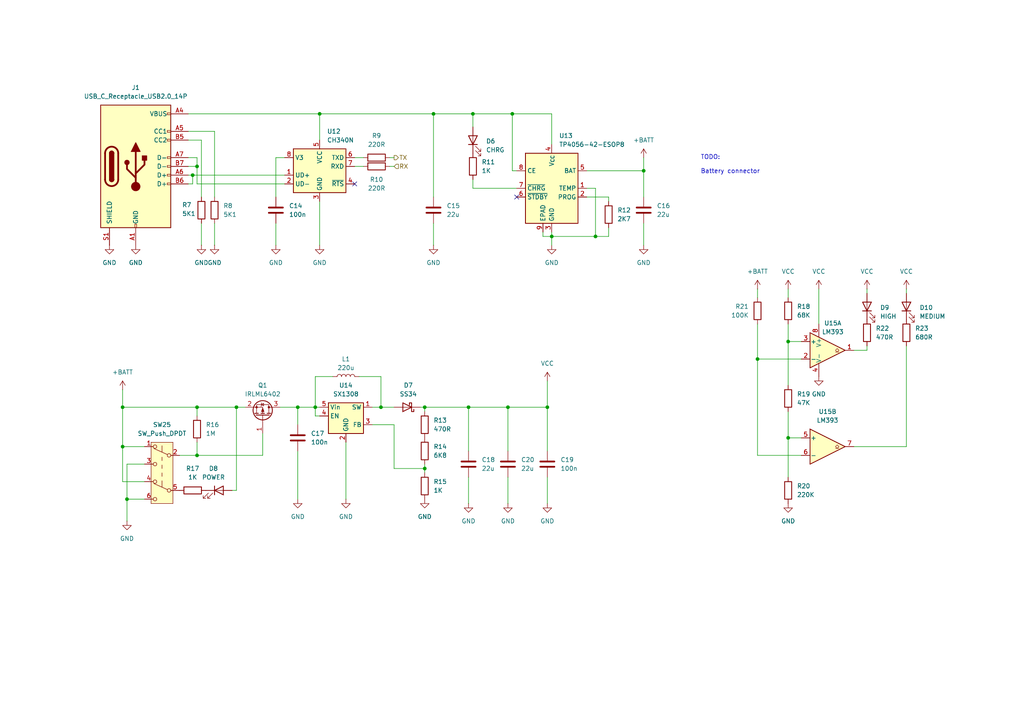
<source format=kicad_sch>
(kicad_sch (version 20250114) (generator "eeschema") (generator_version "9.0")
  (paper "A4")
  (title_block (title "USB and power management") (date "2025-10-14") (rev "A") (company "A.K."))
  (lib_symbols
    (symbol "Battery_Management:TP4056-42-ESOP8"
      (property "Reference" "U" (at -6.604 11.684 0))
      (property "Value" "TP4056-42-ESOP8" (at 10.16 11.684 0))
      (symbol "TP4056-42-ESOP8_1_0"
        (pin input line (at -10.16 5.08 0) (length 2.54) (name "CE") (number "8"))
        (pin open_collector line (at -10.16 0 0) (length 2.54) (name "~{CHRG}") (number "7"))
        (pin open_collector line (at -10.16 -2.54 0) (length 2.54) (name "~{STDBY}") (number "6"))
        (pin passive line (at -2.54 -12.7 90) (length 2.54) (name "EPAD") (number "9"))
        (pin power_in line (at 0 12.7 270) (length 2.54) (name "V_{CC}") (number "4"))
        (pin power_in line (at 0 -12.7 90) (length 2.54) (name "GND") (number "3"))
        (pin power_out line (at 10.16 5.08 180) (length 2.54) (name "BAT") (number "5"))
        (pin input line (at 10.16 0 180) (length 2.54) (name "TEMP") (number "1"))
        (pin passive line (at 10.16 -2.54 180) (length 2.54) (name "PROG") (number "2"))
      )
      (symbol "TP4056-42-ESOP8_1_1"
        (rectangle (start -7.62 10.16) (end 7.62 -10.16) (stroke (width 0.254)) (fill (type background)))
      )
    )
    (symbol "Comparator:LM393" (pin_names (offset 0.127))
      (property "Reference" "U" (at 3.81 3.81 0))
      (property "Value" "LM393" (at 6.35 -3.81 0))
      (symbol "LM393_1_1"
        (polyline (pts (xy -5.08 5.08) (xy 5.08 0) (xy -5.08 -5.08) (xy -5.08 5.08)) (stroke (width 0.254)) (fill (type background)))
        (polyline (pts (xy 3.302 -0.508) (xy 2.794 -0.508) (xy 3.302 0) (xy 2.794 0.508) (xy 2.286 0) (xy 2.794 -0.508) (xy 2.286 -0.508)) (stroke (width 0.127)))
        (pin input line (at -7.62 2.54 0) (length 2.54) (name "+") (number "3"))
        (pin input line (at -7.62 -2.54 0) (length 2.54) (name "-") (number "2"))
        (pin open_collector line (at 7.62 0 180) (length 2.54) (name "~") (number "1"))
      )
      (symbol "LM393_2_1"
        (polyline (pts (xy -5.08 5.08) (xy 5.08 0) (xy -5.08 -5.08) (xy -5.08 5.08)) (stroke (width 0.254)) (fill (type background)))
        (polyline (pts (xy 3.302 -0.508) (xy 2.794 -0.508) (xy 3.302 0) (xy 2.794 0.508) (xy 2.286 0) (xy 2.794 -0.508) (xy 2.286 -0.508)) (stroke (width 0.127)))
        (pin input line (at -7.62 2.54 0) (length 2.54) (name "+") (number "5"))
        (pin input line (at -7.62 -2.54 0) (length 2.54) (name "-") (number "6"))
        (pin open_collector line (at 7.62 0 180) (length 2.54) (name "~") (number "7"))
      )
      (symbol "LM393_3_1"
        (pin power_in line (at -2.54 7.62 270) (length 3.81) (name "V+") (number "8"))
        (pin power_in line (at -2.54 -7.62 90) (length 3.81) (name "V-") (number "4"))
      )
    )
    (symbol "Connector:USB_C_Receptacle_USB2.0_14P" (pin_names (offset 1.016))
      (property "Reference" "J" (at 0 22.225 0))
      (property "Value" "USB_C_Receptacle_USB2.0_14P" (at 0 19.685 0))
      (symbol "USB_C_Receptacle_USB2.0_14P_0_0"
        (rectangle (start -0.254 -17.78) (end 0.254 -16.764))
        (rectangle (start 10.16 15.494) (end 9.144 14.986))
        (rectangle (start 10.16 10.414) (end 9.144 9.906))
        (rectangle (start 10.16 7.874) (end 9.144 7.366))
        (rectangle (start 10.16 2.794) (end 9.144 2.286))
        (rectangle (start 10.16 0.254) (end 9.144 -0.254))
        (rectangle (start 10.16 -2.286) (end 9.144 -2.794))
        (rectangle (start 10.16 -4.826) (end 9.144 -5.334))
      )
      (symbol "USB_C_Receptacle_USB2.0_14P_0_1"
        (rectangle (start -10.16 17.78) (end 10.16 -17.78) (stroke (width 0.254)) (fill (type background)))
        (polyline (pts (xy -8.89 -3.81) (xy -8.89 3.81)) (stroke (width 0.508)))
        (rectangle (start -7.62 -3.81) (end -6.35 3.81) (stroke (width 0.254)) (fill (type outline)))
        (arc (start -7.62 3.81) (mid -6.985 4.4423) (end -6.35 3.81) (stroke (width 0.254)))
        (arc (start -7.62 3.81) (mid -6.985 4.4423) (end -6.35 3.81) (stroke (width 0.254)) (fill (type outline)))
        (arc (start -8.89 3.81) (mid -6.985 5.7067) (end -5.08 3.81) (stroke (width 0.508)))
        (arc (start -5.08 -3.81) (mid -6.985 -5.7067) (end -8.89 -3.81) (stroke (width 0.508)))
        (arc (start -6.35 -3.81) (mid -6.985 -4.4423) (end -7.62 -3.81) (stroke (width 0.254)))
        (arc (start -6.35 -3.81) (mid -6.985 -4.4423) (end -7.62 -3.81) (stroke (width 0.254)) (fill (type outline)))
        (polyline (pts (xy -5.08 3.81) (xy -5.08 -3.81)) (stroke (width 0.508)))
        (circle (center -2.54 1.143) (radius 0.635) (stroke (width 0.254)) (fill (type outline)))
        (polyline (pts (xy -1.27 4.318) (xy 0 6.858) (xy 1.27 4.318) (xy -1.27 4.318)) (stroke (width 0.254)) (fill (type outline)))
        (polyline (pts (xy 0 -2.032) (xy 2.54 0.508) (xy 2.54 1.778)) (stroke (width 0.508)))
        (polyline (pts (xy 0 -3.302) (xy -2.54 -0.762) (xy -2.54 0.508)) (stroke (width 0.508)))
        (polyline (pts (xy 0 -5.842) (xy 0 4.318)) (stroke (width 0.508)))
        (circle (center 0 -5.842) (radius 1.27) (fill (type outline)))
        (rectangle (start 1.905 1.778) (end 3.175 3.048) (stroke (width 0.254)) (fill (type outline)))
      )
      (symbol "USB_C_Receptacle_USB2.0_14P_1_1"
        (pin passive line (at -7.62 -22.86 90) (length 5.08) (name "SHIELD") (number "S1"))
        (pin passive line (at 0 -22.86 90) (length 5.08) (name "GND") (number "A1"))
        (pin passive line (at 0 -22.86 90) (length 5.08) (hide yes) (name "GND") (number "A12"))
        (pin passive line (at 0 -22.86 90) (length 5.08) (hide yes) (name "GND") (number "B1"))
        (pin passive line (at 0 -22.86 90) (length 5.08) (hide yes) (name "GND") (number "B12"))
        (pin passive line (at 15.24 15.24 180) (length 5.08) (name "VBUS") (number "A4"))
        (pin passive line (at 15.24 15.24 180) (length 5.08) (hide yes) (name "VBUS") (number "A9"))
        (pin passive line (at 15.24 15.24 180) (length 5.08) (hide yes) (name "VBUS") (number "B4"))
        (pin passive line (at 15.24 15.24 180) (length 5.08) (hide yes) (name "VBUS") (number "B9"))
        (pin bidirectional line (at 15.24 10.16 180) (length 5.08) (name "CC1") (number "A5"))
        (pin bidirectional line (at 15.24 7.62 180) (length 5.08) (name "CC2") (number "B5"))
        (pin bidirectional line (at 15.24 2.54 180) (length 5.08) (name "D-") (number "A7"))
        (pin bidirectional line (at 15.24 0 180) (length 5.08) (name "D-") (number "B7"))
        (pin bidirectional line (at 15.24 -2.54 180) (length 5.08) (name "D+") (number "A6"))
        (pin bidirectional line (at 15.24 -5.08 180) (length 5.08) (name "D+") (number "B6"))
      )
    )
    (symbol "Device:C" (pin_numbers (hide yes)) (pin_names (offset 0.254))
      (property "Reference" "C" (at 0.635 2.54 0))
      (property "Value" "C" (at 0.635 -2.54 0))
      (symbol "C_0_1"
        (polyline (pts (xy -2.032 0.762) (xy 2.032 0.762)) (stroke (width 0.508)))
        (polyline (pts (xy -2.032 -0.762) (xy 2.032 -0.762)) (stroke (width 0.508)))
      )
      (symbol "C_1_1"
        (pin passive line (at 0 3.81 270) (length 2.794) (name "~") (number "1"))
        (pin passive line (at 0 -3.81 90) (length 2.794) (name "~") (number "2"))
      )
    )
    (symbol "Device:D_Schottky" (pin_numbers (hide yes)) (pin_names (offset 1.016) (hide yes))
      (property "Reference" "D" (at 0 2.54 0))
      (property "Value" "D_Schottky" (at 0 -2.54 0))
      (symbol "D_Schottky_0_1"
        (polyline (pts (xy -1.905 0.635) (xy -1.905 1.27) (xy -1.27 1.27) (xy -1.27 -1.27) (xy -0.635 -1.27) (xy -0.635 -0.635)) (stroke (width 0.254)))
        (polyline (pts (xy 1.27 1.27) (xy 1.27 -1.27) (xy -1.27 0) (xy 1.27 1.27)) (stroke (width 0.254)))
        (polyline (pts (xy 1.27 0) (xy -1.27 0)))
      )
      (symbol "D_Schottky_1_1"
        (pin passive line (at -3.81 0 0) (length 2.54) (name "K") (number "1"))
        (pin passive line (at 3.81 0 180) (length 2.54) (name "A") (number "2"))
      )
    )
    (symbol "Device:L" (pin_numbers (hide yes)) (pin_names (offset 1.016) (hide yes))
      (property "Reference" "L" (at -1.27 0 90))
      (property "Value" "L" (at 1.905 0 90))
      (symbol "L_0_1"
        (arc (start 0 2.54) (mid 0.6323 1.905) (end 0 1.27))
        (arc (start 0 1.27) (mid 0.6323 0.635) (end 0 0))
        (arc (start 0 0) (mid 0.6323 -0.635) (end 0 -1.27))
        (arc (start 0 -1.27) (mid 0.6323 -1.905) (end 0 -2.54))
      )
      (symbol "L_1_1"
        (pin passive line (at 0 3.81 270) (length 1.27) (name "1") (number "1"))
        (pin passive line (at 0 -3.81 90) (length 1.27) (name "2") (number "2"))
      )
    )
    (symbol "Device:LED" (pin_numbers (hide yes)) (pin_names (offset 1.016) (hide yes))
      (property "Reference" "D" (at 0 2.54 0))
      (property "Value" "LED" (at 0 -2.54 0))
      (symbol "LED_0_1"
        (polyline (pts (xy -3.048 -0.762) (xy -4.572 -2.286) (xy -3.81 -2.286) (xy -4.572 -2.286) (xy -4.572 -1.524)))
        (polyline (pts (xy -1.778 -0.762) (xy -3.302 -2.286) (xy -2.54 -2.286) (xy -3.302 -2.286) (xy -3.302 -1.524)))
        (polyline (pts (xy -1.27 0) (xy 1.27 0)))
        (polyline (pts (xy -1.27 -1.27) (xy -1.27 1.27)) (stroke (width 0.254)))
        (polyline (pts (xy 1.27 -1.27) (xy 1.27 1.27) (xy -1.27 0) (xy 1.27 -1.27)) (stroke (width 0.254)))
      )
      (symbol "LED_1_1"
        (pin passive line (at -3.81 0 0) (length 2.54) (name "K") (number "1"))
        (pin passive line (at 3.81 0 180) (length 2.54) (name "A") (number "2"))
      )
    )
    (symbol "Device:R" (pin_numbers (hide yes)) (pin_names (offset 0))
      (property "Reference" "R" (at 2.032 0 90))
      (property "Value" "R" (at 0 0 90))
      (symbol "R_0_1"
        (rectangle (start -1.016 -2.54) (end 1.016 2.54) (stroke (width 0.254)))
      )
      (symbol "R_1_1"
        (pin passive line (at 0 3.81 270) (length 1.27) (name "~") (number "1"))
        (pin passive line (at 0 -3.81 90) (length 1.27) (name "~") (number "2"))
      )
    )
    (symbol "Interface_USB:CH340N"
      (property "Reference" "U" (at -7.62 6.35 0))
      (property "Value" "CH340N" (at 7.62 6.35 0))
      (symbol "CH340N_0_1"
        (rectangle (start -7.62 5.08) (end 7.62 -7.62) (stroke (width 0.254)) (fill (type background)))
      )
      (symbol "CH340N_1_1"
        (pin passive line (at -10.16 2.54 0) (length 2.54) (name "V3") (number "8"))
        (pin bidirectional line (at -10.16 -2.54 0) (length 2.54) (name "UD+") (number "1"))
        (pin bidirectional line (at -10.16 -5.08 0) (length 2.54) (name "UD-") (number "2"))
        (pin power_in line (at 0 7.62 270) (length 2.54) (name "VCC") (number "5"))
        (pin power_in line (at 0 -10.16 90) (length 2.54) (name "GND") (number "3"))
        (pin output line (at 10.16 2.54 180) (length 2.54) (name "TXD") (number "6"))
        (pin input line (at 10.16 0 180) (length 2.54) (name "RXD") (number "7"))
        (pin output line (at 10.16 -5.08 180) (length 2.54) (name "~{RTS}") (number "4"))
      )
    )
    (symbol "Regulator_Switching:ADP2108AUJ-3.3"
      (property "Reference" "U14" (at 0 8.89 0))
      (property "Value" "SX1308" (at 0 6.35 0))
      (symbol "ADP2108AUJ-3.3_0_1"
        (rectangle (start -5.08 3.81) (end 5.08 -5.08) (stroke (width 0.254)) (fill (type background)))
      )
      (symbol "ADP2108AUJ-3.3_1_1"
        (pin power_in line (at -7.62 2.54 0) (length 2.54) (name "Vin") (number "5"))
        (pin input line (at -7.62 0 0) (length 2.54) (name "EN") (number "4"))
        (pin power_in line (at 0 -7.62 90) (length 2.54) (name "GND") (number "2"))
        (pin input line (at 7.62 2.54 180) (length 2.54) (name "SW") (number "1"))
        (pin input line (at 7.62 -2.54 180) (length 2.54) (name "FB") (number "3"))
      )
    )
    (symbol "Switch:SW_Push_DPDT" (pin_names (offset 0) (hide yes))
      (property "Reference" "SW" (at 0 10.16 0))
      (property "Value" "SW_Push_DPDT" (at 0 -10.16 0))
      (symbol "SW_Push_DPDT_0_0"
        (circle (center -2.032 5.08) (radius 0.508))
        (circle (center -2.032 -5.08) (radius 0.508))
        (circle (center 2.032 2.54) (radius 0.508))
        (circle (center 2.032 -7.62) (radius 0.508))
      )
      (symbol "SW_Push_DPDT_0_1"
        (polyline (pts (xy -1.524 5.334) (xy 2.3368 7.0612)))
        (polyline (pts (xy -1.524 -4.826) (xy 2.3368 -3.0988)))
        (polyline (pts (xy 0 7.874) (xy 0 6.096)))
        (polyline (pts (xy 0 3.556) (xy 0 4.572)))
        (polyline (pts (xy 0 1.27) (xy 0 2.286)))
        (polyline (pts (xy 0 -1.016) (xy 0 0)))
        (polyline (pts (xy 0 -2.286) (xy 0 -4.064)))
        (circle (center 2.032 7.62) (radius 0.508))
        (circle (center 2.032 -2.54) (radius 0.508))
      )
      (symbol "SW_Push_DPDT_1_1"
        (rectangle (start -3.175 8.89) (end 3.175 -8.89) (fill (type background)))
        (pin passive line (at -5.08 5.08 0) (length 2.54) (name "B") (number "2"))
        (pin passive line (at -5.08 -5.08 0) (length 2.54) (name "B") (number "5"))
        (pin passive line (at 5.08 7.62 180) (length 2.54) (name "A") (number "1"))
        (pin passive line (at 5.08 2.54 180) (length 2.54) (name "C") (number "3"))
        (pin passive line (at 5.08 -2.54 180) (length 2.54) (name "A") (number "4"))
        (pin passive line (at 5.08 -7.62 180) (length 2.54) (name "C") (number "6"))
      )
    )
    (symbol "Transistor_FET:IRLML6402" (pin_names (hide yes))
      (property "Reference" "Q" (at 5.08 1.905 0))
      (property "Value" "IRLML6402" (at 5.08 0 0))
      (symbol "IRLML6402_0_1"
        (polyline (pts (xy 0.254 1.905) (xy 0.254 -1.905)) (stroke (width 0.254)))
        (polyline (pts (xy 0.254 0) (xy -2.54 0)))
        (polyline (pts (xy 0.762 2.286) (xy 0.762 1.27)) (stroke (width 0.254)))
        (polyline (pts (xy 0.762 1.778) (xy 3.302 1.778) (xy 3.302 -1.778) (xy 0.762 -1.778)))
        (polyline (pts (xy 0.762 0.508) (xy 0.762 -0.508)) (stroke (width 0.254)))
        (polyline (pts (xy 0.762 -1.27) (xy 0.762 -2.286)) (stroke (width 0.254)))
        (circle (center 1.651 0) (radius 2.794) (stroke (width 0.254)))
        (polyline (pts (xy 2.286 0) (xy 1.27 0.381) (xy 1.27 -0.381) (xy 2.286 0)) (fill (type outline)))
        (polyline (pts (xy 2.54 2.54) (xy 2.54 1.778)))
        (circle (center 2.54 1.778) (radius 0.254) (fill (type outline)))
        (circle (center 2.54 -1.778) (radius 0.254) (fill (type outline)))
        (polyline (pts (xy 2.54 -2.54) (xy 2.54 0) (xy 0.762 0)))
        (polyline (pts (xy 2.794 -0.508) (xy 2.921 -0.381) (xy 3.683 -0.381) (xy 3.81 -0.254)))
        (polyline (pts (xy 3.302 -0.381) (xy 2.921 0.254) (xy 3.683 0.254) (xy 3.302 -0.381)))
      )
      (symbol "IRLML6402_1_1"
        (pin input line (at -5.08 0 0) (length 2.54) (name "G") (number "1"))
        (pin passive line (at 2.54 5.08 270) (length 2.54) (name "D") (number "3"))
        (pin passive line (at 2.54 -5.08 90) (length 2.54) (name "S") (number "2"))
      )
    )
    (symbol "power:+BATT" (power) (pin_numbers (hide yes)) (pin_names (offset 0) (hide yes))
      (property "Value" "+BATT" (at 0 3.556 0))
      (symbol "+BATT_0_1"
        (polyline (pts (xy -0.762 1.27) (xy 0 2.54)))
        (polyline (pts (xy 0 2.54) (xy 0.762 1.27)))
        (polyline (pts (xy 0 0) (xy 0 2.54)))
      )
      (symbol "+BATT_1_1"
        (pin power_in line (at 0 0 90) (length 0) (name "~") (number "1"))
      )
    )
    (symbol "power:GND" (power) (pin_numbers (hide yes)) (pin_names (offset 0) (hide yes))
      (property "Value" "GND" (at 0 -3.81 0))
      (symbol "GND_0_1"
        (polyline (pts (xy 0 0) (xy 0 -1.27) (xy 1.27 -1.27) (xy 0 -2.54) (xy -1.27 -1.27) (xy 0 -1.27)))
      )
      (symbol "GND_1_1"
        (pin power_in line (at 0 0 270) (length 0) (name "~") (number "1"))
      )
    )
    (symbol "power:VCC" (power) (pin_numbers (hide yes)) (pin_names (offset 0) (hide yes))
      (property "Value" "VCC" (at 0 3.556 0))
      (symbol "VCC_0_1"
        (polyline (pts (xy -0.762 1.27) (xy 0 2.54)))
        (polyline (pts (xy 0 2.54) (xy 0.762 1.27)))
        (polyline (pts (xy 0 0) (xy 0 2.54)))
      )
      (symbol "VCC_1_1"
        (pin power_in line (at 0 0 90) (length 0) (name "~") (number "1"))
      )
    )
  )
  (text "TODO:\n\nBattery connector" (at 203.2 47.752 0) (effects (font (size 1.27 1.27)) (justify left)))
  (junction (at 36.83 144.78))
  (junction (at 137.16 33.02))
  (junction (at 57.15 48.26))
  (junction (at 110.49 118.11))
  (junction (at 57.15 132.08))
  (junction (at 228.6 99.06))
  (junction (at 91.44 118.11))
  (junction (at 125.73 33.02))
  (junction (at 147.32 118.11))
  (junction (at 186.69 49.53))
  (junction (at 68.58 118.11))
  (junction (at 228.6 127))
  (junction (at 57.15 118.11))
  (junction (at 172.72 68.58))
  (junction (at 123.19 135.89))
  (junction (at 123.19 118.11))
  (junction (at 92.71 33.02))
  (junction (at 35.56 118.11))
  (junction (at 86.36 118.11))
  (junction (at 35.56 129.54))
  (junction (at 158.75 118.11))
  (junction (at 148.59 33.02))
  (junction (at 219.71 104.14))
  (junction (at 135.89 118.11))
  (junction (at 55.88 50.8))
  (junction (at 160.02 68.58))
  (no_connect (at 149.86 57.15))
  (no_connect (at 102.87 53.34))
  (wire (pts (xy 36.83 144.78) (xy 36.83 134.62)))
  (wire (pts (xy 35.56 129.54) (xy 35.56 118.11)))
  (wire (pts (xy 160.02 68.58) (xy 172.72 68.58)))
  (wire (pts (xy 219.71 104.14) (xy 232.41 104.14)))
  (wire (pts (xy 149.86 49.53) (xy 148.59 49.53)))
  (wire (pts (xy 92.71 118.11) (xy 91.44 118.11)))
  (wire (pts (xy 91.44 120.65) (xy 91.44 118.11)))
  (wire (pts (xy 228.6 93.98) (xy 228.6 99.06)))
  (wire (pts (xy 137.16 33.02) (xy 148.59 33.02)))
  (wire (pts (xy 247.65 101.6) (xy 251.46 101.6)))
  (wire (pts (xy 36.83 144.78) (xy 41.91 144.78)))
  (wire (pts (xy 92.71 120.65) (xy 91.44 120.65)))
  (wire (pts (xy 92.71 33.02) (xy 92.71 40.64)))
  (wire (pts (xy 91.44 118.11) (xy 86.36 118.11)))
  (wire (pts (xy 102.87 45.72) (xy 105.41 45.72)))
  (wire (pts (xy 58.42 57.15) (xy 58.42 40.64)))
  (wire (pts (xy 251.46 101.6) (xy 251.46 100.33)))
  (wire (pts (xy 80.01 64.77) (xy 80.01 71.12)))
  (wire (pts (xy 123.19 135.89) (xy 114.3 135.89)))
  (wire (pts (xy 135.89 138.43) (xy 135.89 146.05)))
  (wire (pts (xy 219.71 132.08) (xy 219.71 104.14)))
  (wire (pts (xy 251.46 83.82) (xy 251.46 85.09)))
  (wire (pts (xy 54.61 40.64) (xy 58.42 40.64)))
  (wire (pts (xy 158.75 138.43) (xy 158.75 146.05)))
  (wire (pts (xy 80.01 57.15) (xy 80.01 45.72)))
  (wire (pts (xy 114.3 45.72) (xy 113.03 45.72)))
  (wire (pts (xy 123.19 134.62) (xy 123.19 135.89)))
  (wire (pts (xy 100.33 128.27) (xy 100.33 144.78)))
  (wire (pts (xy 135.89 118.11) (xy 147.32 118.11)))
  (wire (pts (xy 52.07 132.08) (xy 57.15 132.08)))
  (wire (pts (xy 125.73 64.77) (xy 125.73 71.12)))
  (wire (pts (xy 41.91 139.7) (xy 35.56 139.7)))
  (wire (pts (xy 57.15 53.34) (xy 82.55 53.34)))
  (wire (pts (xy 137.16 54.61) (xy 137.16 52.07)))
  (wire (pts (xy 114.3 135.89) (xy 114.3 123.19)))
  (wire (pts (xy 219.71 93.98) (xy 219.71 104.14)))
  (wire (pts (xy 147.32 118.11) (xy 158.75 118.11)))
  (wire (pts (xy 57.15 132.08) (xy 76.2 132.08)))
  (wire (pts (xy 125.73 33.02) (xy 125.73 57.15)))
  (wire (pts (xy 54.61 53.34) (xy 55.88 53.34)))
  (wire (pts (xy 102.87 48.26) (xy 105.41 48.26)))
  (wire (pts (xy 55.88 50.8) (xy 82.55 50.8)))
  (wire (pts (xy 148.59 49.53) (xy 148.59 33.02)))
  (wire (pts (xy 57.15 45.72) (xy 57.15 48.26)))
  (wire (pts (xy 232.41 132.08) (xy 219.71 132.08)))
  (wire (pts (xy 104.14 109.22) (xy 110.49 109.22)))
  (wire (pts (xy 172.72 68.58) (xy 176.53 68.58)))
  (wire (pts (xy 57.15 128.27) (xy 57.15 132.08)))
  (wire (pts (xy 186.69 64.77) (xy 186.69 71.12)))
  (wire (pts (xy 125.73 33.02) (xy 137.16 33.02)))
  (wire (pts (xy 62.23 38.1) (xy 54.61 38.1)))
  (wire (pts (xy 54.61 48.26) (xy 57.15 48.26)))
  (wire (pts (xy 228.6 127) (xy 232.41 127)))
  (wire (pts (xy 135.89 118.11) (xy 135.89 130.81)))
  (wire (pts (xy 68.58 142.24) (xy 68.58 118.11)))
  (wire (pts (xy 262.89 129.54) (xy 262.89 100.33)))
  (wire (pts (xy 76.2 132.08) (xy 76.2 125.73)))
  (wire (pts (xy 247.65 129.54) (xy 262.89 129.54)))
  (wire (pts (xy 176.53 57.15) (xy 176.53 58.42)))
  (wire (pts (xy 160.02 68.58) (xy 157.48 68.58)))
  (wire (pts (xy 160.02 68.58) (xy 160.02 71.12)))
  (wire (pts (xy 149.86 54.61) (xy 137.16 54.61)))
  (wire (pts (xy 121.92 118.11) (xy 123.19 118.11)))
  (wire (pts (xy 147.32 118.11) (xy 147.32 130.81)))
  (wire (pts (xy 186.69 45.72) (xy 186.69 49.53)))
  (wire (pts (xy 91.44 109.22) (xy 91.44 118.11)))
  (wire (pts (xy 148.59 33.02) (xy 160.02 33.02)))
  (wire (pts (xy 262.89 83.82) (xy 262.89 85.09)))
  (wire (pts (xy 54.61 33.02) (xy 92.71 33.02)))
  (wire (pts (xy 123.19 135.89) (xy 123.19 137.16)))
  (wire (pts (xy 110.49 118.11) (xy 114.3 118.11)))
  (wire (pts (xy 228.6 119.38) (xy 228.6 127)))
  (wire (pts (xy 68.58 118.11) (xy 71.12 118.11)))
  (wire (pts (xy 80.01 45.72) (xy 82.55 45.72)))
  (wire (pts (xy 176.53 68.58) (xy 176.53 66.04)))
  (wire (pts (xy 36.83 134.62) (xy 41.91 134.62)))
  (wire (pts (xy 86.36 118.11) (xy 86.36 123.19)))
  (wire (pts (xy 35.56 118.11) (xy 57.15 118.11)))
  (wire (pts (xy 228.6 127) (xy 228.6 138.43)))
  (wire (pts (xy 219.71 83.82) (xy 219.71 86.36)))
  (wire (pts (xy 147.32 138.43) (xy 147.32 146.05)))
  (wire (pts (xy 41.91 129.54) (xy 35.56 129.54)))
  (wire (pts (xy 137.16 33.02) (xy 137.16 36.83)))
  (wire (pts (xy 35.56 139.7) (xy 35.56 129.54)))
  (wire (pts (xy 54.61 50.8) (xy 55.88 50.8)))
  (wire (pts (xy 237.49 83.82) (xy 237.49 93.98)))
  (wire (pts (xy 186.69 57.15) (xy 186.69 49.53)))
  (wire (pts (xy 157.48 68.58) (xy 157.48 67.31)))
  (wire (pts (xy 228.6 83.82) (xy 228.6 86.36)))
  (wire (pts (xy 123.19 118.11) (xy 123.19 119.38)))
  (wire (pts (xy 86.36 130.81) (xy 86.36 144.78)))
  (wire (pts (xy 62.23 64.77) (xy 62.23 71.12)))
  (wire (pts (xy 62.23 57.15) (xy 62.23 38.1)))
  (wire (pts (xy 158.75 110.49) (xy 158.75 118.11)))
  (wire (pts (xy 172.72 54.61) (xy 170.18 54.61)))
  (wire (pts (xy 228.6 99.06) (xy 232.41 99.06)))
  (wire (pts (xy 54.61 45.72) (xy 57.15 45.72)))
  (wire (pts (xy 160.02 67.31) (xy 160.02 68.58)))
  (wire (pts (xy 67.31 142.24) (xy 68.58 142.24)))
  (wire (pts (xy 36.83 151.13) (xy 36.83 144.78)))
  (wire (pts (xy 92.71 58.42) (xy 92.71 71.12)))
  (wire (pts (xy 228.6 99.06) (xy 228.6 111.76)))
  (wire (pts (xy 57.15 118.11) (xy 57.15 120.65)))
  (wire (pts (xy 160.02 33.02) (xy 160.02 41.91)))
  (wire (pts (xy 92.71 33.02) (xy 125.73 33.02)))
  (wire (pts (xy 55.88 53.34) (xy 55.88 50.8)))
  (wire (pts (xy 123.19 118.11) (xy 135.89 118.11)))
  (wire (pts (xy 58.42 64.77) (xy 58.42 71.12)))
  (wire (pts (xy 96.52 109.22) (xy 91.44 109.22)))
  (wire (pts (xy 110.49 118.11) (xy 107.95 118.11)))
  (wire (pts (xy 110.49 109.22) (xy 110.49 118.11)))
  (wire (pts (xy 57.15 48.26) (xy 57.15 53.34)))
  (wire (pts (xy 114.3 48.26) (xy 113.03 48.26)))
  (wire (pts (xy 81.28 118.11) (xy 86.36 118.11)))
  (wire (pts (xy 186.69 49.53) (xy 170.18 49.53)))
  (wire (pts (xy 172.72 68.58) (xy 172.72 54.61)))
  (wire (pts (xy 114.3 123.19) (xy 107.95 123.19)))
  (wire (pts (xy 35.56 118.11) (xy 35.56 113.03)))
  (wire (pts (xy 170.18 57.15) (xy 176.53 57.15)))
  (wire (pts (xy 57.15 118.11) (xy 68.58 118.11)))
  (wire (pts (xy 158.75 118.11) (xy 158.75 130.81)))
  (hierarchical_label "TX" (shape output) (at 114.3 45.72 0))
  (hierarchical_label "RX" (shape input) (at 114.3 48.26 0))
  (symbol (lib_id "Device:C") (at 135.89 134.62 0) (unit 1)
    (property "Reference" "C18" (at 139.7 133.3499 0) (effects (justify left)))
    (property "Value" "22u" (at 139.7 135.8899 0) (effects (justify left)))
    (property "Footprint" "Capacitor_SMD:C_0805_2012Metric" (effects (hide yes)))
    (property "Description" "Unpolarized capacitor" (effects (hide yes)))
  )
  (symbol (lib_id "power:GND") (at 86.36 144.78 0) (unit 1)
    (property "Reference" "#PWR069" (effects (hide yes)))
    (property "Value" "GND" (at 86.36 149.86 0))
    (property "Description" "Power symbol creates a global label with name \"GND\" , ground" (effects (hide yes)))
  )
  (symbol (lib_id "Device:R") (at 176.53 62.23 0) (unit 1)
    (property "Reference" "R12" (at 179.07 60.9599 0) (effects (justify left)))
    (property "Value" "2K7" (at 179.07 63.4999 0) (effects (justify left)))
    (property "Footprint" "Resistor_SMD:R_0805_2012Metric" (effects (hide yes)))
    (property "Description" "Resistor" (effects (hide yes)))
  )
  (symbol (lib_id "Device:R") (at 123.19 140.97 0) (unit 1)
    (property "Reference" "R15" (at 125.73 139.6999 0) (effects (justify left)))
    (property "Value" "1K" (at 125.73 142.2399 0) (effects (justify left)))
    (property "Footprint" "Resistor_SMD:R_0805_2012Metric" (effects (hide yes)))
    (property "Description" "Resistor" (effects (hide yes)))
  )
  (symbol (lib_id "power:GND") (at 62.23 71.12 0) (unit 1)
    (property "Reference" "#PWR062" (effects (hide yes)))
    (property "Value" "GND" (at 62.23 76.2 0))
    (property "Description" "Power symbol creates a global label with name \"GND\" , ground" (effects (hide yes)))
  )
  (symbol (lib_id "Comparator:LM393") (at 240.03 129.54 0) (unit 2)
    (property "Reference" "U15" (at 240.03 119.38 0))
    (property "Value" "LM393" (at 240.03 121.92 0))
    (property "Footprint" "Package_SO:SOIC-8_3.9x4.9mm_P1.27mm" (effects (hide yes)))
    (property "Datasheet" "http://www.ti.com/lit/ds/symlink/lm393.pdf" (effects (hide yes)))
    (property "Description" "Low-Power, Low-Offset Voltage, Dual Comparators, DIP-8/SOIC-8/TO-99-8" (effects (hide yes)))
  )
  (symbol (lib_id "Device:LED") (at 63.5 142.24 0) (unit 1)
    (property "Reference" "D8" (at 61.9125 135.89 0))
    (property "Value" "POWER" (at 61.9125 138.43 0))
    (property "Footprint" "LED_SMD:LED_0805_2012Metric" (effects (hide yes)))
    (property "Description" "Light emitting diode" (effects (hide yes)))
    (property "Sim.Pins" "1=K 2=A" (effects (hide yes)))
  )
  (symbol (lib_id "Interface_USB:CH340N") (at 92.71 48.26 0) (unit 1)
    (property "Reference" "U12" (at 94.8533 38.1 0) (effects (justify left)))
    (property "Value" "CH340N" (at 94.8533 40.64 0) (effects (justify left)))
    (property "Footprint" "Package_SO:SOP-8_3.9x4.9mm_P1.27mm" (effects (hide yes)))
    (property "Datasheet" "https://aitendo3.sakura.ne.jp/aitendo_data/product_img/ic/inteface/CH340N/ch340n.pdf" (effects (hide yes)))
    (property "Description" "USB serial converter, 2Mbps, UART, SOP-8" (effects (hide yes)))
  )
  (symbol (lib_id "power:GND") (at 31.75 71.12 0) (unit 1)
    (property "Reference" "#PWR059" (effects (hide yes)))
    (property "Value" "GND" (at 31.75 76.2 0))
    (property "Description" "Power symbol creates a global label with name \"GND\" , ground" (effects (hide yes)))
  )
  (symbol (lib_id "Device:R") (at 228.6 90.17 0) (unit 1)
    (property "Reference" "R18" (at 231.14 88.8999 0) (effects (justify left)))
    (property "Value" "68K" (at 231.14 91.4399 0) (effects (justify left)))
    (property "Footprint" "Resistor_SMD:R_0805_2012Metric" (effects (hide yes)))
    (property "Description" "Resistor" (effects (hide yes)))
  )
  (symbol (lib_id "power:+BATT") (at 35.56 113.03 0) (unit 1)
    (property "Reference" "#PWR075" (effects (hide yes)))
    (property "Value" "+BATT" (at 35.56 107.95 0))
    (property "Description" "Power symbol creates a global label with name \"+BATT\"" (effects (hide yes)))
  )
  (symbol (lib_id "Device:L") (at 100.33 109.22 90) (unit 1)
    (property "Reference" "L1" (at 100.33 104.14 90))
    (property "Value" "220u" (at 100.33 106.68 90))
    (property "Footprint" "Inductor_SMD:L_Sunlord_SWPA6040S" (effects (hide yes)))
    (property "Description" "Inductor" (effects (hide yes)))
  )
  (symbol (lib_id "Battery_Management:TP4056-42-ESOP8") (at 160.02 54.61 0) (unit 1)
    (property "Reference" "U13" (at 162.1633 39.37 0) (effects (justify left)))
    (property "Value" "TP4056-42-ESOP8" (at 162.1633 41.91 0) (effects (justify left)))
    (property "Footprint" "Package_SO:SOIC-8-1EP_3.9x4.9mm_P1.27mm_EP2.41x3.3mm_ThermalVias" (effects (hide yes)))
    (property "Datasheet" "https://www.lcsc.com/datasheet/lcsc_datasheet_2410121619_TOPPOWER-Nanjing-Extension-Microelectronics-TP4056-42-ESOP8_C16581.pdf" (effects (hide yes)))
    (property "Description" "1A Standalone Linear Li-ion/LiPo single-cell battery charger, 4.2V ±1% charge voltage, VCC = 4.0..8.0V, SOIC-8 (SOP-8)" (effects (hide yes)))
  )
  (symbol (lib_id "Comparator:LM393") (at 240.03 101.6 0) (unit 1)
    (property "Reference" "U15" (at 241.554 93.726 0))
    (property "Value" "LM393" (at 241.554 96.266 0))
    (property "Footprint" "Package_SO:SOIC-8_3.9x4.9mm_P1.27mm" (effects (hide yes)))
    (property "Datasheet" "http://www.ti.com/lit/ds/symlink/lm393.pdf" (effects (hide yes)))
    (property "Description" "Low-Power, Low-Offset Voltage, Dual Comparators, DIP-8/SOIC-8/TO-99-8" (effects (hide yes)))
  )
  (symbol (lib_id "Device:C") (at 158.75 134.62 0) (unit 1)
    (property "Reference" "C19" (at 162.56 133.3499 0) (effects (justify left)))
    (property "Value" "100n" (at 162.56 135.8899 0) (effects (justify left)))
    (property "Footprint" "Capacitor_SMD:C_0805_2012Metric" (effects (hide yes)))
    (property "Description" "Unpolarized capacitor" (effects (hide yes)))
  )
  (symbol (lib_id "Device:R") (at 55.88 142.24 270) (unit 1)
    (property "Reference" "R17" (at 55.88 135.89 90))
    (property "Value" "1K" (at 55.88 138.43 90))
    (property "Footprint" "Resistor_SMD:R_0805_2012Metric" (effects (hide yes)))
    (property "Description" "Resistor" (effects (hide yes)))
  )
  (symbol (lib_id "power:GND") (at 160.02 71.12 0) (unit 1)
    (property "Reference" "#PWR065" (effects (hide yes)))
    (property "Value" "GND" (at 160.02 76.2 0))
    (property "Description" "Power symbol creates a global label with name \"GND\" , ground" (effects (hide yes)))
  )
  (symbol (lib_id "Comparator:LM393") (at 240.03 101.6 0) (unit 3)
    (property "Reference" "U15" (effects (hide yes)))
    (property "Value" "LM393" (effects (hide yes)))
    (property "Footprint" "Package_SO:SOIC-8_3.9x4.9mm_P1.27mm" (effects (hide yes)))
    (property "Datasheet" "http://www.ti.com/lit/ds/symlink/lm393.pdf" (effects (hide yes)))
    (property "Description" "Low-Power, Low-Offset Voltage, Dual Comparators, DIP-8/SOIC-8/TO-99-8" (effects (hide yes)))
  )
  (symbol (lib_id "power:GND") (at 135.89 146.05 0) (unit 1)
    (property "Reference" "#PWR071" (effects (hide yes)))
    (property "Value" "GND" (at 135.89 151.13 0))
    (property "Description" "Power symbol creates a global label with name \"GND\" , ground" (effects (hide yes)))
  )
  (symbol (lib_id "Device:LED") (at 251.46 88.9 90) (unit 1)
    (property "Reference" "D9" (at 255.27 89.2174 90) (effects (justify right)))
    (property "Value" "HIGH" (at 255.27 91.7574 90) (effects (justify right)))
    (property "Footprint" "LED_SMD:LED_0805_2012Metric" (effects (hide yes)))
    (property "Description" "Light emitting diode" (effects (hide yes)))
    (property "Sim.Pins" "1=K 2=A" (effects (hide yes)))
  )
  (symbol (lib_id "power:VCC") (at 237.49 83.82 0) (unit 1)
    (property "Reference" "#PWR078" (effects (hide yes)))
    (property "Value" "VCC" (at 237.49 78.74 0))
    (property "Description" "Power symbol creates a global label with name \"VCC\"" (effects (hide yes)))
  )
  (symbol (lib_id "Device:R") (at 57.15 124.46 0) (unit 1)
    (property "Reference" "R16" (at 59.69 123.1899 0) (effects (justify left)))
    (property "Value" "1M" (at 59.69 125.7299 0) (effects (justify left)))
    (property "Footprint" "Resistor_SMD:R_0805_2012Metric" (effects (hide yes)))
    (property "Description" "Resistor" (effects (hide yes)))
  )
  (symbol (lib_id "Device:R") (at 62.23 60.96 180) (unit 1)
    (property "Reference" "R8" (at 64.77 59.6899 0) (effects (justify right)))
    (property "Value" "5K1" (at 64.77 62.2299 0) (effects (justify right)))
    (property "Footprint" "Resistor_SMD:R_0805_2012Metric" (effects (hide yes)))
    (property "Description" "Resistor" (effects (hide yes)))
  )
  (symbol (lib_id "Device:R") (at 58.42 60.96 180) (unit 1)
    (property "Reference" "R7" (at 52.832 59.436 0) (effects (justify right)))
    (property "Value" "5K1" (at 52.832 61.976 0) (effects (justify right)))
    (property "Footprint" "Resistor_SMD:R_0805_2012Metric" (effects (hide yes)))
    (property "Description" "Resistor" (effects (hide yes)))
  )
  (symbol (lib_id "Device:R") (at 123.19 123.19 0) (unit 1)
    (property "Reference" "R13" (at 125.73 121.9199 0) (effects (justify left)))
    (property "Value" "470R" (at 125.73 124.4599 0) (effects (justify left)))
    (property "Footprint" "Resistor_SMD:R_0805_2012Metric" (effects (hide yes)))
    (property "Description" "Resistor" (effects (hide yes)))
  )
  (symbol (lib_id "Regulator_Switching:ADP2108AUJ-3.3") (at 100.33 120.65 0) (unit 1)
    (property "Reference" "U14" (at 100.33 111.76 0))
    (property "Value" "SX1308" (at 100.33 114.3 0))
    (property "Footprint" "Package_TO_SOT_SMD:TSOT-23-5" (effects (hide yes)))
    (property "Datasheet" "https://www.analog.com/media/en/technical-documentation/data-sheets/ADP2108.pdf" (effects (hide yes)))
    (property "Description" "2A switching bucK regulator" (effects (hide yes)))
  )
  (symbol (lib_id "Device:R") (at 123.19 130.81 0) (unit 1)
    (property "Reference" "R14" (at 125.73 129.5399 0) (effects (justify left)))
    (property "Value" "6K8" (at 125.73 132.0799 0) (effects (justify left)))
    (property "Footprint" "Resistor_SMD:R_0805_2012Metric" (effects (hide yes)))
    (property "Description" "Resistor" (effects (hide yes)))
  )
  (symbol (lib_id "Device:R") (at 251.46 96.52 0) (unit 1)
    (property "Reference" "R22" (at 254 95.2499 0) (effects (justify left)))
    (property "Value" "470R" (at 254 97.7899 0) (effects (justify left)))
    (property "Footprint" "Resistor_SMD:R_0805_2012Metric" (effects (hide yes)))
    (property "Description" "Resistor" (effects (hide yes)))
  )
  (symbol (lib_id "power:GND") (at 58.42 71.12 0) (unit 1)
    (property "Reference" "#PWR061" (effects (hide yes)))
    (property "Value" "GND" (at 58.42 76.2 0))
    (property "Description" "Power symbol creates a global label with name \"GND\" , ground" (effects (hide yes)))
  )
  (symbol (lib_id "power:GND") (at 125.73 71.12 0) (unit 1)
    (property "Reference" "#PWR066" (effects (hide yes)))
    (property "Value" "GND" (at 125.73 76.2 0))
    (property "Description" "Power symbol creates a global label with name \"GND\" , ground" (effects (hide yes)))
  )
  (symbol (lib_id "power:GND") (at 158.75 146.05 0) (unit 1)
    (property "Reference" "#PWR073" (effects (hide yes)))
    (property "Value" "GND" (at 158.75 151.13 0))
    (property "Description" "Power symbol creates a global label with name \"GND\" , ground" (effects (hide yes)))
  )
  (symbol (lib_id "Device:R") (at 262.89 96.52 0) (unit 1)
    (property "Reference" "R23" (at 265.43 95.2499 0) (effects (justify left)))
    (property "Value" "680R" (at 265.43 97.7899 0) (effects (justify left)))
    (property "Footprint" "Resistor_SMD:R_0805_2012Metric" (effects (hide yes)))
    (property "Description" "Resistor" (effects (hide yes)))
  )
  (symbol (lib_id "power:VCC") (at 262.89 83.82 0) (unit 1)
    (property "Reference" "#PWR082" (effects (hide yes)))
    (property "Value" "VCC" (at 262.89 78.74 0))
    (property "Description" "Power symbol creates a global label with name \"VCC\"" (effects (hide yes)))
  )
  (symbol (lib_id "Device:LED") (at 137.16 40.64 90) (unit 1)
    (property "Reference" "D6" (at 140.97 40.9574 90) (effects (justify right)))
    (property "Value" "CHRG" (at 140.97 43.4974 90) (effects (justify right)))
    (property "Footprint" "LED_SMD:LED_0805_2012Metric" (effects (hide yes)))
    (property "Description" "Light emitting diode" (effects (hide yes)))
    (property "Sim.Pins" "1=K 2=A" (effects (hide yes)))
  )
  (symbol (lib_id "power:GND") (at 123.19 144.78 0) (unit 1)
    (property "Reference" "#PWR068" (effects (hide yes)))
    (property "Value" "GND" (at 123.19 149.86 0))
    (property "Description" "Power symbol creates a global label with name \"GND\" , ground" (effects (hide yes)))
  )
  (symbol (lib_id "Switch:SW_Push_DPDT") (at 46.99 137.16 0) (mirror y) (unit 1)
    (property "Reference" "SW25" (at 46.99 123.19 0))
    (property "Value" "SW_Push_DPDT" (at 46.99 125.73 0))
    (property "Footprint" "Button_Switch_THT:SW_CK_JS202011AQN_DPDT_Angled" (effects (hide yes)))
    (property "Description" "Momentary Switch, dual pole double throw" (effects (hide yes)))
  )
  (symbol (lib_id "Device:R") (at 228.6 142.24 0) (unit 1)
    (property "Reference" "R20" (at 231.14 140.9699 0) (effects (justify left)))
    (property "Value" "220K" (at 231.14 143.5099 0) (effects (justify left)))
    (property "Footprint" "Resistor_SMD:R_0805_2012Metric" (effects (hide yes)))
    (property "Description" "Resistor" (effects (hide yes)))
  )
  (symbol (lib_id "power:GND") (at 186.69 71.12 0) (unit 1)
    (property "Reference" "#PWR067" (effects (hide yes)))
    (property "Value" "GND" (at 186.69 76.2 0))
    (property "Description" "Power symbol creates a global label with name \"GND\" , ground" (effects (hide yes)))
  )
  (symbol (lib_id "power:GND") (at 147.32 146.05 0) (unit 1)
    (property "Reference" "#PWR072" (effects (hide yes)))
    (property "Value" "GND" (at 147.32 151.13 0))
    (property "Description" "Power symbol creates a global label with name \"GND\" , ground" (effects (hide yes)))
  )
  (symbol (lib_id "Device:LED") (at 262.89 88.9 90) (unit 1)
    (property "Reference" "D10" (at 266.7 89.2174 90) (effects (justify right)))
    (property "Value" "MEDIUM" (at 266.7 91.7574 90) (effects (justify right)))
    (property "Footprint" "LED_SMD:LED_0805_2012Metric" (effects (hide yes)))
    (property "Description" "Light emitting diode" (effects (hide yes)))
    (property "Sim.Pins" "1=K 2=A" (effects (hide yes)))
  )
  (symbol (lib_id "Device:R") (at 109.22 48.26 90) (unit 1)
    (property "Reference" "R10" (at 109.22 52.07 90))
    (property "Value" "220R" (at 109.22 54.61 90))
    (property "Footprint" "Resistor_SMD:R_0805_2012Metric" (effects (hide yes)))
    (property "Description" "Resistor" (effects (hide yes)))
  )
  (symbol (lib_id "Device:C") (at 147.32 134.62 0) (unit 1)
    (property "Reference" "C20" (at 151.13 133.3499 0) (effects (justify left)))
    (property "Value" "22u" (at 151.13 135.8899 0) (effects (justify left)))
    (property "Footprint" "Capacitor_SMD:C_0805_2012Metric" (effects (hide yes)))
    (property "Description" "Unpolarized capacitor" (effects (hide yes)))
  )
  (symbol (lib_id "power:+BATT") (at 219.71 83.82 0) (unit 1)
    (property "Reference" "#PWR04" (effects (hide yes)))
    (property "Value" "+BATT" (at 219.71 78.74 0))
    (property "Description" "Power symbol creates a global label with name \"+BATT\"" (effects (hide yes)))
  )
  (symbol (lib_id "power:GND") (at 237.49 109.22 0) (unit 1)
    (property "Reference" "#PWR080" (effects (hide yes)))
    (property "Value" "GND" (at 237.49 114.3 0))
    (property "Description" "Power symbol creates a global label with name \"GND\" , ground" (effects (hide yes)))
  )
  (symbol (lib_id "power:GND") (at 92.71 71.12 0) (unit 1)
    (property "Reference" "#PWR063" (effects (hide yes)))
    (property "Value" "GND" (at 92.71 76.2 0))
    (property "Description" "Power symbol creates a global label with name \"GND\" , ground" (effects (hide yes)))
  )
  (symbol (lib_id "Device:R") (at 137.16 48.26 0) (unit 1)
    (property "Reference" "R11" (at 139.7 46.9899 0) (effects (justify left)))
    (property "Value" "1K" (at 139.7 49.5299 0) (effects (justify left)))
    (property "Footprint" "Resistor_SMD:R_0805_2012Metric" (effects (hide yes)))
    (property "Description" "Resistor" (effects (hide yes)))
  )
  (symbol (lib_id "power:VCC") (at 228.6 83.82 0) (unit 1)
    (property "Reference" "#PWR077" (effects (hide yes)))
    (property "Value" "VCC" (at 228.6 78.74 0))
    (property "Description" "Power symbol creates a global label with name \"VCC\"" (effects (hide yes)))
  )
  (symbol (lib_id "power:VCC") (at 158.75 110.49 0) (unit 1)
    (property "Reference" "#PWR074" (effects (hide yes)))
    (property "Value" "VCC" (at 158.75 105.41 0))
    (property "Description" "Power symbol creates a global label with name \"VCC\"" (effects (hide yes)))
  )
  (symbol (lib_id "Device:C") (at 80.01 60.96 0) (unit 1)
    (property "Reference" "C14" (at 83.82 59.6899 0) (effects (justify left)))
    (property "Value" "100n" (at 83.82 62.2299 0) (effects (justify left)))
    (property "Footprint" "Capacitor_SMD:C_0805_2012Metric" (effects (hide yes)))
    (property "Description" "Unpolarized capacitor" (effects (hide yes)))
  )
  (symbol (lib_id "Connector:USB_C_Receptacle_USB2.0_14P") (at 39.37 48.26 0) (unit 1)
    (property "Reference" "J1" (at 39.37 25.4 0))
    (property "Value" "USB_C_Receptacle_USB2.0_14P" (at 39.37 27.94 0))
    (property "Datasheet" "https://www.usb.org/sites/default/files/documents/usb_type-c.zip" (effects (hide yes)))
    (property "Description" "USB 2.0-only 14P Type-C Receptacle connector" (effects (hide yes)))
  )
  (symbol (lib_id "Device:R") (at 228.6 115.57 0) (unit 1)
    (property "Reference" "R19" (at 231.14 114.2999 0) (effects (justify left)))
    (property "Value" "47K" (at 231.14 116.8399 0) (effects (justify left)))
    (property "Footprint" "Resistor_SMD:R_0805_2012Metric" (effects (hide yes)))
    (property "Description" "Resistor" (effects (hide yes)))
  )
  (symbol (lib_id "Device:D_Schottky") (at 118.11 118.11 180) (unit 1)
    (property "Reference" "D7" (at 118.4275 111.76 0))
    (property "Value" "SS34" (at 118.4275 114.3 0))
    (property "Footprint" "Diode_SMD:D_2010_5025Metric" (effects (hide yes)))
    (property "Description" "Schottky diode" (effects (hide yes)))
  )
  (symbol (lib_id "power:VCC") (at 251.46 83.82 0) (unit 1)
    (property "Reference" "#PWR081" (effects (hide yes)))
    (property "Value" "VCC" (at 251.46 78.74 0))
    (property "Description" "Power symbol creates a global label with name \"VCC\"" (effects (hide yes)))
  )
  (symbol (lib_id "Transistor_FET:IRLML6402") (at 76.2 120.65 270) (mirror x) (unit 1)
    (property "Reference" "Q1" (at 76.2 111.76 90))
    (property "Value" "IRLML6402" (at 76.2 114.3 90))
    (property "Footprint" "Package_TO_SOT_SMD:SOT-23" (effects (hide yes)))
    (property "Datasheet" "https://www.infineon.com/dgdl/irlml6402pbf.pdf?fileId=5546d462533600a401535668d5c2263c" (effects (hide yes)))
    (property "Description" "-3.7A Id, -20V Vds, 65mOhm Rds, P-Channel HEXFET Power MOSFET, SOT-23" (effects (hide yes)))
  )
  (symbol (lib_id "power:+BATT") (at 186.69 45.72 0) (unit 1)
    (property "Reference" "#PWR03" (effects (hide yes)))
    (property "Value" "+BATT" (at 186.69 40.64 0))
    (property "Description" "Power symbol creates a global label with name \"+BATT\"" (effects (hide yes)))
  )
  (symbol (lib_id "Device:R") (at 109.22 45.72 270) (unit 1)
    (property "Reference" "R9" (at 109.22 39.37 90))
    (property "Value" "220R" (at 109.22 41.91 90))
    (property "Footprint" "Resistor_SMD:R_0805_2012Metric" (effects (hide yes)))
    (property "Description" "Resistor" (effects (hide yes)))
  )
  (symbol (lib_id "power:GND") (at 100.33 144.78 0) (unit 1)
    (property "Reference" "#PWR070" (effects (hide yes)))
    (property "Value" "GND" (at 100.33 149.86 0))
    (property "Description" "Power symbol creates a global label with name \"GND\" , ground" (effects (hide yes)))
  )
  (symbol (lib_id "Device:C") (at 86.36 127 180) (unit 1)
    (property "Reference" "C17" (at 90.17 125.7299 0) (effects (justify right)))
    (property "Value" "100n" (at 90.17 128.2699 0) (effects (justify right)))
    (property "Footprint" "Capacitor_SMD:C_0805_2012Metric" (effects (hide yes)))
    (property "Description" "Unpolarized capacitor" (effects (hide yes)))
  )
  (symbol (lib_id "power:GND") (at 39.37 71.12 0) (unit 1)
    (property "Reference" "#PWR060" (effects (hide yes)))
    (property "Value" "GND" (at 39.37 76.2 0))
    (property "Description" "Power symbol creates a global label with name \"GND\" , ground" (effects (hide yes)))
  )
  (symbol (lib_id "power:GND") (at 36.83 151.13 0) (unit 1)
    (property "Reference" "#PWR076" (effects (hide yes)))
    (property "Value" "GND" (at 36.83 156.21 0))
    (property "Description" "Power symbol creates a global label with name \"GND\" , ground" (effects (hide yes)))
  )
  (symbol (lib_id "power:GND") (at 80.01 71.12 0) (unit 1)
    (property "Reference" "#PWR064" (effects (hide yes)))
    (property "Value" "GND" (at 80.01 76.2 0))
    (property "Description" "Power symbol creates a global label with name \"GND\" , ground" (effects (hide yes)))
  )
  (symbol (lib_id "Device:C") (at 125.73 60.96 0) (unit 1)
    (property "Reference" "C15" (at 129.54 59.6899 0) (effects (justify left)))
    (property "Value" "22u" (at 129.54 62.2299 0) (effects (justify left)))
    (property "Footprint" "Capacitor_SMD:C_0805_2012Metric" (effects (hide yes)))
    (property "Description" "Unpolarized capacitor" (effects (hide yes)))
  )
  (symbol (lib_id "Device:C") (at 186.69 60.96 0) (unit 1)
    (property "Reference" "C16" (at 190.5 59.6899 0) (effects (justify left)))
    (property "Value" "22u" (at 190.5 62.2299 0) (effects (justify left)))
    (property "Footprint" "Capacitor_SMD:C_0805_2012Metric" (effects (hide yes)))
    (property "Description" "Unpolarized capacitor" (effects (hide yes)))
  )
  (symbol (lib_id "Device:R") (at 219.71 90.17 0) (unit 1)
    (property "Reference" "R21" (at 217.17 88.8999 0) (effects (justify right)))
    (property "Value" "100K" (at 217.17 91.4399 0) (effects (justify right)))
    (property "Footprint" "Resistor_SMD:R_0805_2012Metric" (effects (hide yes)))
    (property "Description" "Resistor" (effects (hide yes)))
  )
  (symbol (lib_id "power:GND") (at 228.6 146.05 0) (unit 1)
    (property "Reference" "#PWR079" (effects (hide yes)))
    (property "Value" "GND" (at 228.6 151.13 0))
    (property "Description" "Power symbol creates a global label with name \"GND\" , ground" (effects (hide yes)))
  )
)
</source>
